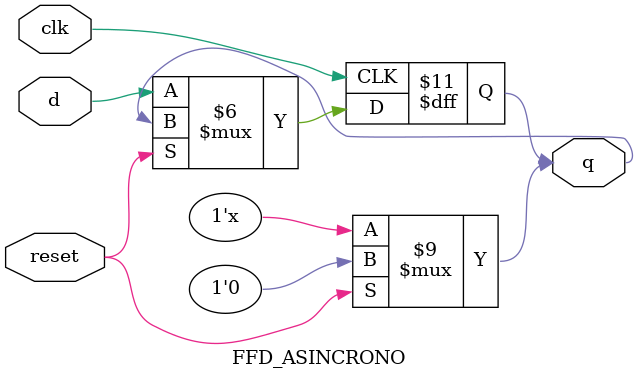
<source format=v>
`timescale 1ns / 1ps


module FFD_ASINCRONO(
//---------I/O---------
    input d,reset,clk,
    output reg q
    );
//Declaracion de señales internas

//Cuerpo del modulo
    always@(reset)
        begin
            if(reset == 1'b1)
                q = 0;
        end //always
    
    always@(posedge clk)
        begin
            if(reset == 1'b0)
                q = d;
        end //end always
   
endmodule

</source>
